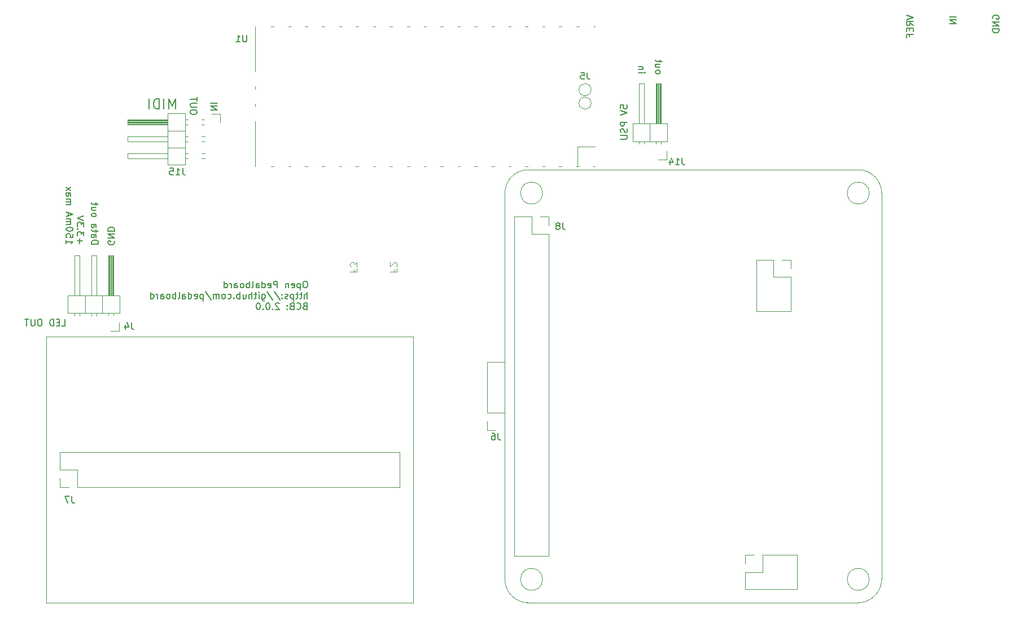
<source format=gbo>
G04 #@! TF.GenerationSoftware,KiCad,Pcbnew,7.0.1.1-36-gbcf78dbe24-dirty-deb11*
G04 #@! TF.CreationDate,2023-04-24T19:27:54+00:00*
G04 #@! TF.ProjectId,pedalboard-hw,70656461-6c62-46f6-9172-642d68772e6b,2.0.0*
G04 #@! TF.SameCoordinates,Original*
G04 #@! TF.FileFunction,Legend,Bot*
G04 #@! TF.FilePolarity,Positive*
%FSLAX46Y46*%
G04 Gerber Fmt 4.6, Leading zero omitted, Abs format (unit mm)*
G04 Created by KiCad (PCBNEW 7.0.1.1-36-gbcf78dbe24-dirty-deb11) date 2023-04-24 19:27:54*
%MOMM*%
%LPD*%
G01*
G04 APERTURE LIST*
%ADD10C,0.150000*%
%ADD11C,0.100000*%
%ADD12C,0.120000*%
G04 APERTURE END LIST*
D10*
X56395961Y-70713695D02*
X56443580Y-70808933D01*
X56443580Y-70808933D02*
X56443580Y-70951790D01*
X56443580Y-70951790D02*
X56395961Y-71094647D01*
X56395961Y-71094647D02*
X56300723Y-71189885D01*
X56300723Y-71189885D02*
X56205485Y-71237504D01*
X56205485Y-71237504D02*
X56015009Y-71285123D01*
X56015009Y-71285123D02*
X55872152Y-71285123D01*
X55872152Y-71285123D02*
X55681676Y-71237504D01*
X55681676Y-71237504D02*
X55586438Y-71189885D01*
X55586438Y-71189885D02*
X55491200Y-71094647D01*
X55491200Y-71094647D02*
X55443580Y-70951790D01*
X55443580Y-70951790D02*
X55443580Y-70856552D01*
X55443580Y-70856552D02*
X55491200Y-70713695D01*
X55491200Y-70713695D02*
X55538819Y-70666076D01*
X55538819Y-70666076D02*
X55872152Y-70666076D01*
X55872152Y-70666076D02*
X55872152Y-70856552D01*
X55443580Y-70237504D02*
X56443580Y-70237504D01*
X56443580Y-70237504D02*
X55443580Y-69666076D01*
X55443580Y-69666076D02*
X56443580Y-69666076D01*
X55443580Y-69189885D02*
X56443580Y-69189885D01*
X56443580Y-69189885D02*
X56443580Y-68951790D01*
X56443580Y-68951790D02*
X56395961Y-68808933D01*
X56395961Y-68808933D02*
X56300723Y-68713695D01*
X56300723Y-68713695D02*
X56205485Y-68666076D01*
X56205485Y-68666076D02*
X56015009Y-68618457D01*
X56015009Y-68618457D02*
X55872152Y-68618457D01*
X55872152Y-68618457D02*
X55681676Y-68666076D01*
X55681676Y-68666076D02*
X55586438Y-68713695D01*
X55586438Y-68713695D02*
X55491200Y-68808933D01*
X55491200Y-68808933D02*
X55443580Y-68951790D01*
X55443580Y-68951790D02*
X55443580Y-69189885D01*
X53005180Y-71135904D02*
X54005180Y-71135904D01*
X54005180Y-71135904D02*
X54005180Y-70897809D01*
X54005180Y-70897809D02*
X53957561Y-70754952D01*
X53957561Y-70754952D02*
X53862323Y-70659714D01*
X53862323Y-70659714D02*
X53767085Y-70612095D01*
X53767085Y-70612095D02*
X53576609Y-70564476D01*
X53576609Y-70564476D02*
X53433752Y-70564476D01*
X53433752Y-70564476D02*
X53243276Y-70612095D01*
X53243276Y-70612095D02*
X53148038Y-70659714D01*
X53148038Y-70659714D02*
X53052800Y-70754952D01*
X53052800Y-70754952D02*
X53005180Y-70897809D01*
X53005180Y-70897809D02*
X53005180Y-71135904D01*
X53005180Y-69707333D02*
X53528990Y-69707333D01*
X53528990Y-69707333D02*
X53624228Y-69754952D01*
X53624228Y-69754952D02*
X53671847Y-69850190D01*
X53671847Y-69850190D02*
X53671847Y-70040666D01*
X53671847Y-70040666D02*
X53624228Y-70135904D01*
X53052800Y-69707333D02*
X53005180Y-69802571D01*
X53005180Y-69802571D02*
X53005180Y-70040666D01*
X53005180Y-70040666D02*
X53052800Y-70135904D01*
X53052800Y-70135904D02*
X53148038Y-70183523D01*
X53148038Y-70183523D02*
X53243276Y-70183523D01*
X53243276Y-70183523D02*
X53338514Y-70135904D01*
X53338514Y-70135904D02*
X53386133Y-70040666D01*
X53386133Y-70040666D02*
X53386133Y-69802571D01*
X53386133Y-69802571D02*
X53433752Y-69707333D01*
X53671847Y-69373999D02*
X53671847Y-68993047D01*
X54005180Y-69231142D02*
X53148038Y-69231142D01*
X53148038Y-69231142D02*
X53052800Y-69183523D01*
X53052800Y-69183523D02*
X53005180Y-69088285D01*
X53005180Y-69088285D02*
X53005180Y-68993047D01*
X53005180Y-68231142D02*
X53528990Y-68231142D01*
X53528990Y-68231142D02*
X53624228Y-68278761D01*
X53624228Y-68278761D02*
X53671847Y-68373999D01*
X53671847Y-68373999D02*
X53671847Y-68564475D01*
X53671847Y-68564475D02*
X53624228Y-68659713D01*
X53052800Y-68231142D02*
X53005180Y-68326380D01*
X53005180Y-68326380D02*
X53005180Y-68564475D01*
X53005180Y-68564475D02*
X53052800Y-68659713D01*
X53052800Y-68659713D02*
X53148038Y-68707332D01*
X53148038Y-68707332D02*
X53243276Y-68707332D01*
X53243276Y-68707332D02*
X53338514Y-68659713D01*
X53338514Y-68659713D02*
X53386133Y-68564475D01*
X53386133Y-68564475D02*
X53386133Y-68326380D01*
X53386133Y-68326380D02*
X53433752Y-68231142D01*
X53005180Y-66850189D02*
X53052800Y-66945427D01*
X53052800Y-66945427D02*
X53100419Y-66993046D01*
X53100419Y-66993046D02*
X53195657Y-67040665D01*
X53195657Y-67040665D02*
X53481371Y-67040665D01*
X53481371Y-67040665D02*
X53576609Y-66993046D01*
X53576609Y-66993046D02*
X53624228Y-66945427D01*
X53624228Y-66945427D02*
X53671847Y-66850189D01*
X53671847Y-66850189D02*
X53671847Y-66707332D01*
X53671847Y-66707332D02*
X53624228Y-66612094D01*
X53624228Y-66612094D02*
X53576609Y-66564475D01*
X53576609Y-66564475D02*
X53481371Y-66516856D01*
X53481371Y-66516856D02*
X53195657Y-66516856D01*
X53195657Y-66516856D02*
X53100419Y-66564475D01*
X53100419Y-66564475D02*
X53052800Y-66612094D01*
X53052800Y-66612094D02*
X53005180Y-66707332D01*
X53005180Y-66707332D02*
X53005180Y-66850189D01*
X53671847Y-65659713D02*
X53005180Y-65659713D01*
X53671847Y-66088284D02*
X53148038Y-66088284D01*
X53148038Y-66088284D02*
X53052800Y-66040665D01*
X53052800Y-66040665D02*
X53005180Y-65945427D01*
X53005180Y-65945427D02*
X53005180Y-65802570D01*
X53005180Y-65802570D02*
X53052800Y-65707332D01*
X53052800Y-65707332D02*
X53100419Y-65659713D01*
X53671847Y-65326379D02*
X53671847Y-64945427D01*
X54005180Y-65183522D02*
X53148038Y-65183522D01*
X53148038Y-65183522D02*
X53052800Y-65135903D01*
X53052800Y-65135903D02*
X53005180Y-65040665D01*
X53005180Y-65040665D02*
X53005180Y-64945427D01*
X71810419Y-49971295D02*
X70810419Y-49971295D01*
X71810419Y-50447485D02*
X70810419Y-50447485D01*
X70810419Y-50447485D02*
X71810419Y-51018913D01*
X71810419Y-51018913D02*
X70810419Y-51018913D01*
X188155238Y-37337904D02*
X188107619Y-37242666D01*
X188107619Y-37242666D02*
X188107619Y-37099809D01*
X188107619Y-37099809D02*
X188155238Y-36956952D01*
X188155238Y-36956952D02*
X188250476Y-36861714D01*
X188250476Y-36861714D02*
X188345714Y-36814095D01*
X188345714Y-36814095D02*
X188536190Y-36766476D01*
X188536190Y-36766476D02*
X188679047Y-36766476D01*
X188679047Y-36766476D02*
X188869523Y-36814095D01*
X188869523Y-36814095D02*
X188964761Y-36861714D01*
X188964761Y-36861714D02*
X189060000Y-36956952D01*
X189060000Y-36956952D02*
X189107619Y-37099809D01*
X189107619Y-37099809D02*
X189107619Y-37195047D01*
X189107619Y-37195047D02*
X189060000Y-37337904D01*
X189060000Y-37337904D02*
X189012380Y-37385523D01*
X189012380Y-37385523D02*
X188679047Y-37385523D01*
X188679047Y-37385523D02*
X188679047Y-37195047D01*
X189107619Y-37814095D02*
X188107619Y-37814095D01*
X188107619Y-37814095D02*
X189107619Y-38385523D01*
X189107619Y-38385523D02*
X188107619Y-38385523D01*
X189107619Y-38861714D02*
X188107619Y-38861714D01*
X188107619Y-38861714D02*
X188107619Y-39099809D01*
X188107619Y-39099809D02*
X188155238Y-39242666D01*
X188155238Y-39242666D02*
X188250476Y-39337904D01*
X188250476Y-39337904D02*
X188345714Y-39385523D01*
X188345714Y-39385523D02*
X188536190Y-39433142D01*
X188536190Y-39433142D02*
X188679047Y-39433142D01*
X188679047Y-39433142D02*
X188869523Y-39385523D01*
X188869523Y-39385523D02*
X188964761Y-39337904D01*
X188964761Y-39337904D02*
X189060000Y-39242666D01*
X189060000Y-39242666D02*
X189107619Y-39099809D01*
X189107619Y-39099809D02*
X189107619Y-38861714D01*
X132337619Y-50774285D02*
X132337619Y-50298095D01*
X132337619Y-50298095D02*
X132813809Y-50250476D01*
X132813809Y-50250476D02*
X132766190Y-50298095D01*
X132766190Y-50298095D02*
X132718571Y-50393333D01*
X132718571Y-50393333D02*
X132718571Y-50631428D01*
X132718571Y-50631428D02*
X132766190Y-50726666D01*
X132766190Y-50726666D02*
X132813809Y-50774285D01*
X132813809Y-50774285D02*
X132909047Y-50821904D01*
X132909047Y-50821904D02*
X133147142Y-50821904D01*
X133147142Y-50821904D02*
X133242380Y-50774285D01*
X133242380Y-50774285D02*
X133290000Y-50726666D01*
X133290000Y-50726666D02*
X133337619Y-50631428D01*
X133337619Y-50631428D02*
X133337619Y-50393333D01*
X133337619Y-50393333D02*
X133290000Y-50298095D01*
X133290000Y-50298095D02*
X133242380Y-50250476D01*
X132337619Y-51107619D02*
X133337619Y-51440952D01*
X133337619Y-51440952D02*
X132337619Y-51774285D01*
X133337619Y-52869524D02*
X132337619Y-52869524D01*
X132337619Y-52869524D02*
X132337619Y-53250476D01*
X132337619Y-53250476D02*
X132385238Y-53345714D01*
X132385238Y-53345714D02*
X132432857Y-53393333D01*
X132432857Y-53393333D02*
X132528095Y-53440952D01*
X132528095Y-53440952D02*
X132670952Y-53440952D01*
X132670952Y-53440952D02*
X132766190Y-53393333D01*
X132766190Y-53393333D02*
X132813809Y-53345714D01*
X132813809Y-53345714D02*
X132861428Y-53250476D01*
X132861428Y-53250476D02*
X132861428Y-52869524D01*
X133290000Y-53821905D02*
X133337619Y-53964762D01*
X133337619Y-53964762D02*
X133337619Y-54202857D01*
X133337619Y-54202857D02*
X133290000Y-54298095D01*
X133290000Y-54298095D02*
X133242380Y-54345714D01*
X133242380Y-54345714D02*
X133147142Y-54393333D01*
X133147142Y-54393333D02*
X133051904Y-54393333D01*
X133051904Y-54393333D02*
X132956666Y-54345714D01*
X132956666Y-54345714D02*
X132909047Y-54298095D01*
X132909047Y-54298095D02*
X132861428Y-54202857D01*
X132861428Y-54202857D02*
X132813809Y-54012381D01*
X132813809Y-54012381D02*
X132766190Y-53917143D01*
X132766190Y-53917143D02*
X132718571Y-53869524D01*
X132718571Y-53869524D02*
X132623333Y-53821905D01*
X132623333Y-53821905D02*
X132528095Y-53821905D01*
X132528095Y-53821905D02*
X132432857Y-53869524D01*
X132432857Y-53869524D02*
X132385238Y-53917143D01*
X132385238Y-53917143D02*
X132337619Y-54012381D01*
X132337619Y-54012381D02*
X132337619Y-54250476D01*
X132337619Y-54250476D02*
X132385238Y-54393333D01*
X132337619Y-54821905D02*
X133147142Y-54821905D01*
X133147142Y-54821905D02*
X133242380Y-54869524D01*
X133242380Y-54869524D02*
X133290000Y-54917143D01*
X133290000Y-54917143D02*
X133337619Y-55012381D01*
X133337619Y-55012381D02*
X133337619Y-55202857D01*
X133337619Y-55202857D02*
X133290000Y-55298095D01*
X133290000Y-55298095D02*
X133242380Y-55345714D01*
X133242380Y-55345714D02*
X133147142Y-55393333D01*
X133147142Y-55393333D02*
X132337619Y-55393333D01*
X85141428Y-76737619D02*
X84950952Y-76737619D01*
X84950952Y-76737619D02*
X84855714Y-76785238D01*
X84855714Y-76785238D02*
X84760476Y-76880476D01*
X84760476Y-76880476D02*
X84712857Y-77070952D01*
X84712857Y-77070952D02*
X84712857Y-77404285D01*
X84712857Y-77404285D02*
X84760476Y-77594761D01*
X84760476Y-77594761D02*
X84855714Y-77690000D01*
X84855714Y-77690000D02*
X84950952Y-77737619D01*
X84950952Y-77737619D02*
X85141428Y-77737619D01*
X85141428Y-77737619D02*
X85236666Y-77690000D01*
X85236666Y-77690000D02*
X85331904Y-77594761D01*
X85331904Y-77594761D02*
X85379523Y-77404285D01*
X85379523Y-77404285D02*
X85379523Y-77070952D01*
X85379523Y-77070952D02*
X85331904Y-76880476D01*
X85331904Y-76880476D02*
X85236666Y-76785238D01*
X85236666Y-76785238D02*
X85141428Y-76737619D01*
X84284285Y-77070952D02*
X84284285Y-78070952D01*
X84284285Y-77118571D02*
X84189047Y-77070952D01*
X84189047Y-77070952D02*
X83998571Y-77070952D01*
X83998571Y-77070952D02*
X83903333Y-77118571D01*
X83903333Y-77118571D02*
X83855714Y-77166190D01*
X83855714Y-77166190D02*
X83808095Y-77261428D01*
X83808095Y-77261428D02*
X83808095Y-77547142D01*
X83808095Y-77547142D02*
X83855714Y-77642380D01*
X83855714Y-77642380D02*
X83903333Y-77690000D01*
X83903333Y-77690000D02*
X83998571Y-77737619D01*
X83998571Y-77737619D02*
X84189047Y-77737619D01*
X84189047Y-77737619D02*
X84284285Y-77690000D01*
X82998571Y-77690000D02*
X83093809Y-77737619D01*
X83093809Y-77737619D02*
X83284285Y-77737619D01*
X83284285Y-77737619D02*
X83379523Y-77690000D01*
X83379523Y-77690000D02*
X83427142Y-77594761D01*
X83427142Y-77594761D02*
X83427142Y-77213809D01*
X83427142Y-77213809D02*
X83379523Y-77118571D01*
X83379523Y-77118571D02*
X83284285Y-77070952D01*
X83284285Y-77070952D02*
X83093809Y-77070952D01*
X83093809Y-77070952D02*
X82998571Y-77118571D01*
X82998571Y-77118571D02*
X82950952Y-77213809D01*
X82950952Y-77213809D02*
X82950952Y-77309047D01*
X82950952Y-77309047D02*
X83427142Y-77404285D01*
X82522380Y-77070952D02*
X82522380Y-77737619D01*
X82522380Y-77166190D02*
X82474761Y-77118571D01*
X82474761Y-77118571D02*
X82379523Y-77070952D01*
X82379523Y-77070952D02*
X82236666Y-77070952D01*
X82236666Y-77070952D02*
X82141428Y-77118571D01*
X82141428Y-77118571D02*
X82093809Y-77213809D01*
X82093809Y-77213809D02*
X82093809Y-77737619D01*
X80855713Y-77737619D02*
X80855713Y-76737619D01*
X80855713Y-76737619D02*
X80474761Y-76737619D01*
X80474761Y-76737619D02*
X80379523Y-76785238D01*
X80379523Y-76785238D02*
X80331904Y-76832857D01*
X80331904Y-76832857D02*
X80284285Y-76928095D01*
X80284285Y-76928095D02*
X80284285Y-77070952D01*
X80284285Y-77070952D02*
X80331904Y-77166190D01*
X80331904Y-77166190D02*
X80379523Y-77213809D01*
X80379523Y-77213809D02*
X80474761Y-77261428D01*
X80474761Y-77261428D02*
X80855713Y-77261428D01*
X79474761Y-77690000D02*
X79569999Y-77737619D01*
X79569999Y-77737619D02*
X79760475Y-77737619D01*
X79760475Y-77737619D02*
X79855713Y-77690000D01*
X79855713Y-77690000D02*
X79903332Y-77594761D01*
X79903332Y-77594761D02*
X79903332Y-77213809D01*
X79903332Y-77213809D02*
X79855713Y-77118571D01*
X79855713Y-77118571D02*
X79760475Y-77070952D01*
X79760475Y-77070952D02*
X79569999Y-77070952D01*
X79569999Y-77070952D02*
X79474761Y-77118571D01*
X79474761Y-77118571D02*
X79427142Y-77213809D01*
X79427142Y-77213809D02*
X79427142Y-77309047D01*
X79427142Y-77309047D02*
X79903332Y-77404285D01*
X78569999Y-77737619D02*
X78569999Y-76737619D01*
X78569999Y-77690000D02*
X78665237Y-77737619D01*
X78665237Y-77737619D02*
X78855713Y-77737619D01*
X78855713Y-77737619D02*
X78950951Y-77690000D01*
X78950951Y-77690000D02*
X78998570Y-77642380D01*
X78998570Y-77642380D02*
X79046189Y-77547142D01*
X79046189Y-77547142D02*
X79046189Y-77261428D01*
X79046189Y-77261428D02*
X78998570Y-77166190D01*
X78998570Y-77166190D02*
X78950951Y-77118571D01*
X78950951Y-77118571D02*
X78855713Y-77070952D01*
X78855713Y-77070952D02*
X78665237Y-77070952D01*
X78665237Y-77070952D02*
X78569999Y-77118571D01*
X77665237Y-77737619D02*
X77665237Y-77213809D01*
X77665237Y-77213809D02*
X77712856Y-77118571D01*
X77712856Y-77118571D02*
X77808094Y-77070952D01*
X77808094Y-77070952D02*
X77998570Y-77070952D01*
X77998570Y-77070952D02*
X78093808Y-77118571D01*
X77665237Y-77690000D02*
X77760475Y-77737619D01*
X77760475Y-77737619D02*
X77998570Y-77737619D01*
X77998570Y-77737619D02*
X78093808Y-77690000D01*
X78093808Y-77690000D02*
X78141427Y-77594761D01*
X78141427Y-77594761D02*
X78141427Y-77499523D01*
X78141427Y-77499523D02*
X78093808Y-77404285D01*
X78093808Y-77404285D02*
X77998570Y-77356666D01*
X77998570Y-77356666D02*
X77760475Y-77356666D01*
X77760475Y-77356666D02*
X77665237Y-77309047D01*
X77046189Y-77737619D02*
X77141427Y-77690000D01*
X77141427Y-77690000D02*
X77189046Y-77594761D01*
X77189046Y-77594761D02*
X77189046Y-76737619D01*
X76665236Y-77737619D02*
X76665236Y-76737619D01*
X76665236Y-77118571D02*
X76569998Y-77070952D01*
X76569998Y-77070952D02*
X76379522Y-77070952D01*
X76379522Y-77070952D02*
X76284284Y-77118571D01*
X76284284Y-77118571D02*
X76236665Y-77166190D01*
X76236665Y-77166190D02*
X76189046Y-77261428D01*
X76189046Y-77261428D02*
X76189046Y-77547142D01*
X76189046Y-77547142D02*
X76236665Y-77642380D01*
X76236665Y-77642380D02*
X76284284Y-77690000D01*
X76284284Y-77690000D02*
X76379522Y-77737619D01*
X76379522Y-77737619D02*
X76569998Y-77737619D01*
X76569998Y-77737619D02*
X76665236Y-77690000D01*
X75617617Y-77737619D02*
X75712855Y-77690000D01*
X75712855Y-77690000D02*
X75760474Y-77642380D01*
X75760474Y-77642380D02*
X75808093Y-77547142D01*
X75808093Y-77547142D02*
X75808093Y-77261428D01*
X75808093Y-77261428D02*
X75760474Y-77166190D01*
X75760474Y-77166190D02*
X75712855Y-77118571D01*
X75712855Y-77118571D02*
X75617617Y-77070952D01*
X75617617Y-77070952D02*
X75474760Y-77070952D01*
X75474760Y-77070952D02*
X75379522Y-77118571D01*
X75379522Y-77118571D02*
X75331903Y-77166190D01*
X75331903Y-77166190D02*
X75284284Y-77261428D01*
X75284284Y-77261428D02*
X75284284Y-77547142D01*
X75284284Y-77547142D02*
X75331903Y-77642380D01*
X75331903Y-77642380D02*
X75379522Y-77690000D01*
X75379522Y-77690000D02*
X75474760Y-77737619D01*
X75474760Y-77737619D02*
X75617617Y-77737619D01*
X74427141Y-77737619D02*
X74427141Y-77213809D01*
X74427141Y-77213809D02*
X74474760Y-77118571D01*
X74474760Y-77118571D02*
X74569998Y-77070952D01*
X74569998Y-77070952D02*
X74760474Y-77070952D01*
X74760474Y-77070952D02*
X74855712Y-77118571D01*
X74427141Y-77690000D02*
X74522379Y-77737619D01*
X74522379Y-77737619D02*
X74760474Y-77737619D01*
X74760474Y-77737619D02*
X74855712Y-77690000D01*
X74855712Y-77690000D02*
X74903331Y-77594761D01*
X74903331Y-77594761D02*
X74903331Y-77499523D01*
X74903331Y-77499523D02*
X74855712Y-77404285D01*
X74855712Y-77404285D02*
X74760474Y-77356666D01*
X74760474Y-77356666D02*
X74522379Y-77356666D01*
X74522379Y-77356666D02*
X74427141Y-77309047D01*
X73950950Y-77737619D02*
X73950950Y-77070952D01*
X73950950Y-77261428D02*
X73903331Y-77166190D01*
X73903331Y-77166190D02*
X73855712Y-77118571D01*
X73855712Y-77118571D02*
X73760474Y-77070952D01*
X73760474Y-77070952D02*
X73665236Y-77070952D01*
X72903331Y-77737619D02*
X72903331Y-76737619D01*
X72903331Y-77690000D02*
X72998569Y-77737619D01*
X72998569Y-77737619D02*
X73189045Y-77737619D01*
X73189045Y-77737619D02*
X73284283Y-77690000D01*
X73284283Y-77690000D02*
X73331902Y-77642380D01*
X73331902Y-77642380D02*
X73379521Y-77547142D01*
X73379521Y-77547142D02*
X73379521Y-77261428D01*
X73379521Y-77261428D02*
X73331902Y-77166190D01*
X73331902Y-77166190D02*
X73284283Y-77118571D01*
X73284283Y-77118571D02*
X73189045Y-77070952D01*
X73189045Y-77070952D02*
X72998569Y-77070952D01*
X72998569Y-77070952D02*
X72903331Y-77118571D01*
X85331904Y-79357619D02*
X85331904Y-78357619D01*
X84903333Y-79357619D02*
X84903333Y-78833809D01*
X84903333Y-78833809D02*
X84950952Y-78738571D01*
X84950952Y-78738571D02*
X85046190Y-78690952D01*
X85046190Y-78690952D02*
X85189047Y-78690952D01*
X85189047Y-78690952D02*
X85284285Y-78738571D01*
X85284285Y-78738571D02*
X85331904Y-78786190D01*
X84569999Y-78690952D02*
X84189047Y-78690952D01*
X84427142Y-78357619D02*
X84427142Y-79214761D01*
X84427142Y-79214761D02*
X84379523Y-79310000D01*
X84379523Y-79310000D02*
X84284285Y-79357619D01*
X84284285Y-79357619D02*
X84189047Y-79357619D01*
X83998570Y-78690952D02*
X83617618Y-78690952D01*
X83855713Y-78357619D02*
X83855713Y-79214761D01*
X83855713Y-79214761D02*
X83808094Y-79310000D01*
X83808094Y-79310000D02*
X83712856Y-79357619D01*
X83712856Y-79357619D02*
X83617618Y-79357619D01*
X83284284Y-78690952D02*
X83284284Y-79690952D01*
X83284284Y-78738571D02*
X83189046Y-78690952D01*
X83189046Y-78690952D02*
X82998570Y-78690952D01*
X82998570Y-78690952D02*
X82903332Y-78738571D01*
X82903332Y-78738571D02*
X82855713Y-78786190D01*
X82855713Y-78786190D02*
X82808094Y-78881428D01*
X82808094Y-78881428D02*
X82808094Y-79167142D01*
X82808094Y-79167142D02*
X82855713Y-79262380D01*
X82855713Y-79262380D02*
X82903332Y-79310000D01*
X82903332Y-79310000D02*
X82998570Y-79357619D01*
X82998570Y-79357619D02*
X83189046Y-79357619D01*
X83189046Y-79357619D02*
X83284284Y-79310000D01*
X82427141Y-79310000D02*
X82331903Y-79357619D01*
X82331903Y-79357619D02*
X82141427Y-79357619D01*
X82141427Y-79357619D02*
X82046189Y-79310000D01*
X82046189Y-79310000D02*
X81998570Y-79214761D01*
X81998570Y-79214761D02*
X81998570Y-79167142D01*
X81998570Y-79167142D02*
X82046189Y-79071904D01*
X82046189Y-79071904D02*
X82141427Y-79024285D01*
X82141427Y-79024285D02*
X82284284Y-79024285D01*
X82284284Y-79024285D02*
X82379522Y-78976666D01*
X82379522Y-78976666D02*
X82427141Y-78881428D01*
X82427141Y-78881428D02*
X82427141Y-78833809D01*
X82427141Y-78833809D02*
X82379522Y-78738571D01*
X82379522Y-78738571D02*
X82284284Y-78690952D01*
X82284284Y-78690952D02*
X82141427Y-78690952D01*
X82141427Y-78690952D02*
X82046189Y-78738571D01*
X81569998Y-79262380D02*
X81522379Y-79310000D01*
X81522379Y-79310000D02*
X81569998Y-79357619D01*
X81569998Y-79357619D02*
X81617617Y-79310000D01*
X81617617Y-79310000D02*
X81569998Y-79262380D01*
X81569998Y-79262380D02*
X81569998Y-79357619D01*
X81569998Y-78738571D02*
X81522379Y-78786190D01*
X81522379Y-78786190D02*
X81569998Y-78833809D01*
X81569998Y-78833809D02*
X81617617Y-78786190D01*
X81617617Y-78786190D02*
X81569998Y-78738571D01*
X81569998Y-78738571D02*
X81569998Y-78833809D01*
X80379523Y-78310000D02*
X81236665Y-79595714D01*
X79331904Y-78310000D02*
X80189046Y-79595714D01*
X78569999Y-78690952D02*
X78569999Y-79500476D01*
X78569999Y-79500476D02*
X78617618Y-79595714D01*
X78617618Y-79595714D02*
X78665237Y-79643333D01*
X78665237Y-79643333D02*
X78760475Y-79690952D01*
X78760475Y-79690952D02*
X78903332Y-79690952D01*
X78903332Y-79690952D02*
X78998570Y-79643333D01*
X78569999Y-79310000D02*
X78665237Y-79357619D01*
X78665237Y-79357619D02*
X78855713Y-79357619D01*
X78855713Y-79357619D02*
X78950951Y-79310000D01*
X78950951Y-79310000D02*
X78998570Y-79262380D01*
X78998570Y-79262380D02*
X79046189Y-79167142D01*
X79046189Y-79167142D02*
X79046189Y-78881428D01*
X79046189Y-78881428D02*
X78998570Y-78786190D01*
X78998570Y-78786190D02*
X78950951Y-78738571D01*
X78950951Y-78738571D02*
X78855713Y-78690952D01*
X78855713Y-78690952D02*
X78665237Y-78690952D01*
X78665237Y-78690952D02*
X78569999Y-78738571D01*
X78093808Y-79357619D02*
X78093808Y-78690952D01*
X78093808Y-78357619D02*
X78141427Y-78405238D01*
X78141427Y-78405238D02*
X78093808Y-78452857D01*
X78093808Y-78452857D02*
X78046189Y-78405238D01*
X78046189Y-78405238D02*
X78093808Y-78357619D01*
X78093808Y-78357619D02*
X78093808Y-78452857D01*
X77760475Y-78690952D02*
X77379523Y-78690952D01*
X77617618Y-78357619D02*
X77617618Y-79214761D01*
X77617618Y-79214761D02*
X77569999Y-79310000D01*
X77569999Y-79310000D02*
X77474761Y-79357619D01*
X77474761Y-79357619D02*
X77379523Y-79357619D01*
X77046189Y-79357619D02*
X77046189Y-78357619D01*
X76617618Y-79357619D02*
X76617618Y-78833809D01*
X76617618Y-78833809D02*
X76665237Y-78738571D01*
X76665237Y-78738571D02*
X76760475Y-78690952D01*
X76760475Y-78690952D02*
X76903332Y-78690952D01*
X76903332Y-78690952D02*
X76998570Y-78738571D01*
X76998570Y-78738571D02*
X77046189Y-78786190D01*
X75712856Y-78690952D02*
X75712856Y-79357619D01*
X76141427Y-78690952D02*
X76141427Y-79214761D01*
X76141427Y-79214761D02*
X76093808Y-79310000D01*
X76093808Y-79310000D02*
X75998570Y-79357619D01*
X75998570Y-79357619D02*
X75855713Y-79357619D01*
X75855713Y-79357619D02*
X75760475Y-79310000D01*
X75760475Y-79310000D02*
X75712856Y-79262380D01*
X75236665Y-79357619D02*
X75236665Y-78357619D01*
X75236665Y-78738571D02*
X75141427Y-78690952D01*
X75141427Y-78690952D02*
X74950951Y-78690952D01*
X74950951Y-78690952D02*
X74855713Y-78738571D01*
X74855713Y-78738571D02*
X74808094Y-78786190D01*
X74808094Y-78786190D02*
X74760475Y-78881428D01*
X74760475Y-78881428D02*
X74760475Y-79167142D01*
X74760475Y-79167142D02*
X74808094Y-79262380D01*
X74808094Y-79262380D02*
X74855713Y-79310000D01*
X74855713Y-79310000D02*
X74950951Y-79357619D01*
X74950951Y-79357619D02*
X75141427Y-79357619D01*
X75141427Y-79357619D02*
X75236665Y-79310000D01*
X74331903Y-79262380D02*
X74284284Y-79310000D01*
X74284284Y-79310000D02*
X74331903Y-79357619D01*
X74331903Y-79357619D02*
X74379522Y-79310000D01*
X74379522Y-79310000D02*
X74331903Y-79262380D01*
X74331903Y-79262380D02*
X74331903Y-79357619D01*
X73427142Y-79310000D02*
X73522380Y-79357619D01*
X73522380Y-79357619D02*
X73712856Y-79357619D01*
X73712856Y-79357619D02*
X73808094Y-79310000D01*
X73808094Y-79310000D02*
X73855713Y-79262380D01*
X73855713Y-79262380D02*
X73903332Y-79167142D01*
X73903332Y-79167142D02*
X73903332Y-78881428D01*
X73903332Y-78881428D02*
X73855713Y-78786190D01*
X73855713Y-78786190D02*
X73808094Y-78738571D01*
X73808094Y-78738571D02*
X73712856Y-78690952D01*
X73712856Y-78690952D02*
X73522380Y-78690952D01*
X73522380Y-78690952D02*
X73427142Y-78738571D01*
X72855713Y-79357619D02*
X72950951Y-79310000D01*
X72950951Y-79310000D02*
X72998570Y-79262380D01*
X72998570Y-79262380D02*
X73046189Y-79167142D01*
X73046189Y-79167142D02*
X73046189Y-78881428D01*
X73046189Y-78881428D02*
X72998570Y-78786190D01*
X72998570Y-78786190D02*
X72950951Y-78738571D01*
X72950951Y-78738571D02*
X72855713Y-78690952D01*
X72855713Y-78690952D02*
X72712856Y-78690952D01*
X72712856Y-78690952D02*
X72617618Y-78738571D01*
X72617618Y-78738571D02*
X72569999Y-78786190D01*
X72569999Y-78786190D02*
X72522380Y-78881428D01*
X72522380Y-78881428D02*
X72522380Y-79167142D01*
X72522380Y-79167142D02*
X72569999Y-79262380D01*
X72569999Y-79262380D02*
X72617618Y-79310000D01*
X72617618Y-79310000D02*
X72712856Y-79357619D01*
X72712856Y-79357619D02*
X72855713Y-79357619D01*
X72093808Y-79357619D02*
X72093808Y-78690952D01*
X72093808Y-78786190D02*
X72046189Y-78738571D01*
X72046189Y-78738571D02*
X71950951Y-78690952D01*
X71950951Y-78690952D02*
X71808094Y-78690952D01*
X71808094Y-78690952D02*
X71712856Y-78738571D01*
X71712856Y-78738571D02*
X71665237Y-78833809D01*
X71665237Y-78833809D02*
X71665237Y-79357619D01*
X71665237Y-78833809D02*
X71617618Y-78738571D01*
X71617618Y-78738571D02*
X71522380Y-78690952D01*
X71522380Y-78690952D02*
X71379523Y-78690952D01*
X71379523Y-78690952D02*
X71284284Y-78738571D01*
X71284284Y-78738571D02*
X71236665Y-78833809D01*
X71236665Y-78833809D02*
X71236665Y-79357619D01*
X70046190Y-78310000D02*
X70903332Y-79595714D01*
X69712856Y-78690952D02*
X69712856Y-79690952D01*
X69712856Y-78738571D02*
X69617618Y-78690952D01*
X69617618Y-78690952D02*
X69427142Y-78690952D01*
X69427142Y-78690952D02*
X69331904Y-78738571D01*
X69331904Y-78738571D02*
X69284285Y-78786190D01*
X69284285Y-78786190D02*
X69236666Y-78881428D01*
X69236666Y-78881428D02*
X69236666Y-79167142D01*
X69236666Y-79167142D02*
X69284285Y-79262380D01*
X69284285Y-79262380D02*
X69331904Y-79310000D01*
X69331904Y-79310000D02*
X69427142Y-79357619D01*
X69427142Y-79357619D02*
X69617618Y-79357619D01*
X69617618Y-79357619D02*
X69712856Y-79310000D01*
X68427142Y-79310000D02*
X68522380Y-79357619D01*
X68522380Y-79357619D02*
X68712856Y-79357619D01*
X68712856Y-79357619D02*
X68808094Y-79310000D01*
X68808094Y-79310000D02*
X68855713Y-79214761D01*
X68855713Y-79214761D02*
X68855713Y-78833809D01*
X68855713Y-78833809D02*
X68808094Y-78738571D01*
X68808094Y-78738571D02*
X68712856Y-78690952D01*
X68712856Y-78690952D02*
X68522380Y-78690952D01*
X68522380Y-78690952D02*
X68427142Y-78738571D01*
X68427142Y-78738571D02*
X68379523Y-78833809D01*
X68379523Y-78833809D02*
X68379523Y-78929047D01*
X68379523Y-78929047D02*
X68855713Y-79024285D01*
X67522380Y-79357619D02*
X67522380Y-78357619D01*
X67522380Y-79310000D02*
X67617618Y-79357619D01*
X67617618Y-79357619D02*
X67808094Y-79357619D01*
X67808094Y-79357619D02*
X67903332Y-79310000D01*
X67903332Y-79310000D02*
X67950951Y-79262380D01*
X67950951Y-79262380D02*
X67998570Y-79167142D01*
X67998570Y-79167142D02*
X67998570Y-78881428D01*
X67998570Y-78881428D02*
X67950951Y-78786190D01*
X67950951Y-78786190D02*
X67903332Y-78738571D01*
X67903332Y-78738571D02*
X67808094Y-78690952D01*
X67808094Y-78690952D02*
X67617618Y-78690952D01*
X67617618Y-78690952D02*
X67522380Y-78738571D01*
X66617618Y-79357619D02*
X66617618Y-78833809D01*
X66617618Y-78833809D02*
X66665237Y-78738571D01*
X66665237Y-78738571D02*
X66760475Y-78690952D01*
X66760475Y-78690952D02*
X66950951Y-78690952D01*
X66950951Y-78690952D02*
X67046189Y-78738571D01*
X66617618Y-79310000D02*
X66712856Y-79357619D01*
X66712856Y-79357619D02*
X66950951Y-79357619D01*
X66950951Y-79357619D02*
X67046189Y-79310000D01*
X67046189Y-79310000D02*
X67093808Y-79214761D01*
X67093808Y-79214761D02*
X67093808Y-79119523D01*
X67093808Y-79119523D02*
X67046189Y-79024285D01*
X67046189Y-79024285D02*
X66950951Y-78976666D01*
X66950951Y-78976666D02*
X66712856Y-78976666D01*
X66712856Y-78976666D02*
X66617618Y-78929047D01*
X65998570Y-79357619D02*
X66093808Y-79310000D01*
X66093808Y-79310000D02*
X66141427Y-79214761D01*
X66141427Y-79214761D02*
X66141427Y-78357619D01*
X65617617Y-79357619D02*
X65617617Y-78357619D01*
X65617617Y-78738571D02*
X65522379Y-78690952D01*
X65522379Y-78690952D02*
X65331903Y-78690952D01*
X65331903Y-78690952D02*
X65236665Y-78738571D01*
X65236665Y-78738571D02*
X65189046Y-78786190D01*
X65189046Y-78786190D02*
X65141427Y-78881428D01*
X65141427Y-78881428D02*
X65141427Y-79167142D01*
X65141427Y-79167142D02*
X65189046Y-79262380D01*
X65189046Y-79262380D02*
X65236665Y-79310000D01*
X65236665Y-79310000D02*
X65331903Y-79357619D01*
X65331903Y-79357619D02*
X65522379Y-79357619D01*
X65522379Y-79357619D02*
X65617617Y-79310000D01*
X64569998Y-79357619D02*
X64665236Y-79310000D01*
X64665236Y-79310000D02*
X64712855Y-79262380D01*
X64712855Y-79262380D02*
X64760474Y-79167142D01*
X64760474Y-79167142D02*
X64760474Y-78881428D01*
X64760474Y-78881428D02*
X64712855Y-78786190D01*
X64712855Y-78786190D02*
X64665236Y-78738571D01*
X64665236Y-78738571D02*
X64569998Y-78690952D01*
X64569998Y-78690952D02*
X64427141Y-78690952D01*
X64427141Y-78690952D02*
X64331903Y-78738571D01*
X64331903Y-78738571D02*
X64284284Y-78786190D01*
X64284284Y-78786190D02*
X64236665Y-78881428D01*
X64236665Y-78881428D02*
X64236665Y-79167142D01*
X64236665Y-79167142D02*
X64284284Y-79262380D01*
X64284284Y-79262380D02*
X64331903Y-79310000D01*
X64331903Y-79310000D02*
X64427141Y-79357619D01*
X64427141Y-79357619D02*
X64569998Y-79357619D01*
X63379522Y-79357619D02*
X63379522Y-78833809D01*
X63379522Y-78833809D02*
X63427141Y-78738571D01*
X63427141Y-78738571D02*
X63522379Y-78690952D01*
X63522379Y-78690952D02*
X63712855Y-78690952D01*
X63712855Y-78690952D02*
X63808093Y-78738571D01*
X63379522Y-79310000D02*
X63474760Y-79357619D01*
X63474760Y-79357619D02*
X63712855Y-79357619D01*
X63712855Y-79357619D02*
X63808093Y-79310000D01*
X63808093Y-79310000D02*
X63855712Y-79214761D01*
X63855712Y-79214761D02*
X63855712Y-79119523D01*
X63855712Y-79119523D02*
X63808093Y-79024285D01*
X63808093Y-79024285D02*
X63712855Y-78976666D01*
X63712855Y-78976666D02*
X63474760Y-78976666D01*
X63474760Y-78976666D02*
X63379522Y-78929047D01*
X62903331Y-79357619D02*
X62903331Y-78690952D01*
X62903331Y-78881428D02*
X62855712Y-78786190D01*
X62855712Y-78786190D02*
X62808093Y-78738571D01*
X62808093Y-78738571D02*
X62712855Y-78690952D01*
X62712855Y-78690952D02*
X62617617Y-78690952D01*
X61855712Y-79357619D02*
X61855712Y-78357619D01*
X61855712Y-79310000D02*
X61950950Y-79357619D01*
X61950950Y-79357619D02*
X62141426Y-79357619D01*
X62141426Y-79357619D02*
X62236664Y-79310000D01*
X62236664Y-79310000D02*
X62284283Y-79262380D01*
X62284283Y-79262380D02*
X62331902Y-79167142D01*
X62331902Y-79167142D02*
X62331902Y-78881428D01*
X62331902Y-78881428D02*
X62284283Y-78786190D01*
X62284283Y-78786190D02*
X62236664Y-78738571D01*
X62236664Y-78738571D02*
X62141426Y-78690952D01*
X62141426Y-78690952D02*
X61950950Y-78690952D01*
X61950950Y-78690952D02*
X61855712Y-78738571D01*
X84998571Y-80453809D02*
X84855714Y-80501428D01*
X84855714Y-80501428D02*
X84808095Y-80549047D01*
X84808095Y-80549047D02*
X84760476Y-80644285D01*
X84760476Y-80644285D02*
X84760476Y-80787142D01*
X84760476Y-80787142D02*
X84808095Y-80882380D01*
X84808095Y-80882380D02*
X84855714Y-80930000D01*
X84855714Y-80930000D02*
X84950952Y-80977619D01*
X84950952Y-80977619D02*
X85331904Y-80977619D01*
X85331904Y-80977619D02*
X85331904Y-79977619D01*
X85331904Y-79977619D02*
X84998571Y-79977619D01*
X84998571Y-79977619D02*
X84903333Y-80025238D01*
X84903333Y-80025238D02*
X84855714Y-80072857D01*
X84855714Y-80072857D02*
X84808095Y-80168095D01*
X84808095Y-80168095D02*
X84808095Y-80263333D01*
X84808095Y-80263333D02*
X84855714Y-80358571D01*
X84855714Y-80358571D02*
X84903333Y-80406190D01*
X84903333Y-80406190D02*
X84998571Y-80453809D01*
X84998571Y-80453809D02*
X85331904Y-80453809D01*
X83760476Y-80882380D02*
X83808095Y-80930000D01*
X83808095Y-80930000D02*
X83950952Y-80977619D01*
X83950952Y-80977619D02*
X84046190Y-80977619D01*
X84046190Y-80977619D02*
X84189047Y-80930000D01*
X84189047Y-80930000D02*
X84284285Y-80834761D01*
X84284285Y-80834761D02*
X84331904Y-80739523D01*
X84331904Y-80739523D02*
X84379523Y-80549047D01*
X84379523Y-80549047D02*
X84379523Y-80406190D01*
X84379523Y-80406190D02*
X84331904Y-80215714D01*
X84331904Y-80215714D02*
X84284285Y-80120476D01*
X84284285Y-80120476D02*
X84189047Y-80025238D01*
X84189047Y-80025238D02*
X84046190Y-79977619D01*
X84046190Y-79977619D02*
X83950952Y-79977619D01*
X83950952Y-79977619D02*
X83808095Y-80025238D01*
X83808095Y-80025238D02*
X83760476Y-80072857D01*
X82998571Y-80453809D02*
X82855714Y-80501428D01*
X82855714Y-80501428D02*
X82808095Y-80549047D01*
X82808095Y-80549047D02*
X82760476Y-80644285D01*
X82760476Y-80644285D02*
X82760476Y-80787142D01*
X82760476Y-80787142D02*
X82808095Y-80882380D01*
X82808095Y-80882380D02*
X82855714Y-80930000D01*
X82855714Y-80930000D02*
X82950952Y-80977619D01*
X82950952Y-80977619D02*
X83331904Y-80977619D01*
X83331904Y-80977619D02*
X83331904Y-79977619D01*
X83331904Y-79977619D02*
X82998571Y-79977619D01*
X82998571Y-79977619D02*
X82903333Y-80025238D01*
X82903333Y-80025238D02*
X82855714Y-80072857D01*
X82855714Y-80072857D02*
X82808095Y-80168095D01*
X82808095Y-80168095D02*
X82808095Y-80263333D01*
X82808095Y-80263333D02*
X82855714Y-80358571D01*
X82855714Y-80358571D02*
X82903333Y-80406190D01*
X82903333Y-80406190D02*
X82998571Y-80453809D01*
X82998571Y-80453809D02*
X83331904Y-80453809D01*
X82331904Y-80882380D02*
X82284285Y-80930000D01*
X82284285Y-80930000D02*
X82331904Y-80977619D01*
X82331904Y-80977619D02*
X82379523Y-80930000D01*
X82379523Y-80930000D02*
X82331904Y-80882380D01*
X82331904Y-80882380D02*
X82331904Y-80977619D01*
X82331904Y-80358571D02*
X82284285Y-80406190D01*
X82284285Y-80406190D02*
X82331904Y-80453809D01*
X82331904Y-80453809D02*
X82379523Y-80406190D01*
X82379523Y-80406190D02*
X82331904Y-80358571D01*
X82331904Y-80358571D02*
X82331904Y-80453809D01*
X81141428Y-80072857D02*
X81093809Y-80025238D01*
X81093809Y-80025238D02*
X80998571Y-79977619D01*
X80998571Y-79977619D02*
X80760476Y-79977619D01*
X80760476Y-79977619D02*
X80665238Y-80025238D01*
X80665238Y-80025238D02*
X80617619Y-80072857D01*
X80617619Y-80072857D02*
X80570000Y-80168095D01*
X80570000Y-80168095D02*
X80570000Y-80263333D01*
X80570000Y-80263333D02*
X80617619Y-80406190D01*
X80617619Y-80406190D02*
X81189047Y-80977619D01*
X81189047Y-80977619D02*
X80570000Y-80977619D01*
X80141428Y-80882380D02*
X80093809Y-80930000D01*
X80093809Y-80930000D02*
X80141428Y-80977619D01*
X80141428Y-80977619D02*
X80189047Y-80930000D01*
X80189047Y-80930000D02*
X80141428Y-80882380D01*
X80141428Y-80882380D02*
X80141428Y-80977619D01*
X79474762Y-79977619D02*
X79379524Y-79977619D01*
X79379524Y-79977619D02*
X79284286Y-80025238D01*
X79284286Y-80025238D02*
X79236667Y-80072857D01*
X79236667Y-80072857D02*
X79189048Y-80168095D01*
X79189048Y-80168095D02*
X79141429Y-80358571D01*
X79141429Y-80358571D02*
X79141429Y-80596666D01*
X79141429Y-80596666D02*
X79189048Y-80787142D01*
X79189048Y-80787142D02*
X79236667Y-80882380D01*
X79236667Y-80882380D02*
X79284286Y-80930000D01*
X79284286Y-80930000D02*
X79379524Y-80977619D01*
X79379524Y-80977619D02*
X79474762Y-80977619D01*
X79474762Y-80977619D02*
X79570000Y-80930000D01*
X79570000Y-80930000D02*
X79617619Y-80882380D01*
X79617619Y-80882380D02*
X79665238Y-80787142D01*
X79665238Y-80787142D02*
X79712857Y-80596666D01*
X79712857Y-80596666D02*
X79712857Y-80358571D01*
X79712857Y-80358571D02*
X79665238Y-80168095D01*
X79665238Y-80168095D02*
X79617619Y-80072857D01*
X79617619Y-80072857D02*
X79570000Y-80025238D01*
X79570000Y-80025238D02*
X79474762Y-79977619D01*
X78712857Y-80882380D02*
X78665238Y-80930000D01*
X78665238Y-80930000D02*
X78712857Y-80977619D01*
X78712857Y-80977619D02*
X78760476Y-80930000D01*
X78760476Y-80930000D02*
X78712857Y-80882380D01*
X78712857Y-80882380D02*
X78712857Y-80977619D01*
X78046191Y-79977619D02*
X77950953Y-79977619D01*
X77950953Y-79977619D02*
X77855715Y-80025238D01*
X77855715Y-80025238D02*
X77808096Y-80072857D01*
X77808096Y-80072857D02*
X77760477Y-80168095D01*
X77760477Y-80168095D02*
X77712858Y-80358571D01*
X77712858Y-80358571D02*
X77712858Y-80596666D01*
X77712858Y-80596666D02*
X77760477Y-80787142D01*
X77760477Y-80787142D02*
X77808096Y-80882380D01*
X77808096Y-80882380D02*
X77855715Y-80930000D01*
X77855715Y-80930000D02*
X77950953Y-80977619D01*
X77950953Y-80977619D02*
X78046191Y-80977619D01*
X78046191Y-80977619D02*
X78141429Y-80930000D01*
X78141429Y-80930000D02*
X78189048Y-80882380D01*
X78189048Y-80882380D02*
X78236667Y-80787142D01*
X78236667Y-80787142D02*
X78284286Y-80596666D01*
X78284286Y-80596666D02*
X78284286Y-80358571D01*
X78284286Y-80358571D02*
X78236667Y-80168095D01*
X78236667Y-80168095D02*
X78189048Y-80072857D01*
X78189048Y-80072857D02*
X78141429Y-80025238D01*
X78141429Y-80025238D02*
X78046191Y-79977619D01*
X51196133Y-71085104D02*
X51196133Y-70323200D01*
X50815180Y-70704152D02*
X51577085Y-70704152D01*
X51815180Y-69942247D02*
X51815180Y-69323200D01*
X51815180Y-69323200D02*
X51434228Y-69656533D01*
X51434228Y-69656533D02*
X51434228Y-69513676D01*
X51434228Y-69513676D02*
X51386609Y-69418438D01*
X51386609Y-69418438D02*
X51338990Y-69370819D01*
X51338990Y-69370819D02*
X51243752Y-69323200D01*
X51243752Y-69323200D02*
X51005657Y-69323200D01*
X51005657Y-69323200D02*
X50910419Y-69370819D01*
X50910419Y-69370819D02*
X50862800Y-69418438D01*
X50862800Y-69418438D02*
X50815180Y-69513676D01*
X50815180Y-69513676D02*
X50815180Y-69799390D01*
X50815180Y-69799390D02*
X50862800Y-69894628D01*
X50862800Y-69894628D02*
X50910419Y-69942247D01*
X50910419Y-68894628D02*
X50862800Y-68847009D01*
X50862800Y-68847009D02*
X50815180Y-68894628D01*
X50815180Y-68894628D02*
X50862800Y-68942247D01*
X50862800Y-68942247D02*
X50910419Y-68894628D01*
X50910419Y-68894628D02*
X50815180Y-68894628D01*
X51815180Y-68513676D02*
X51815180Y-67894629D01*
X51815180Y-67894629D02*
X51434228Y-68227962D01*
X51434228Y-68227962D02*
X51434228Y-68085105D01*
X51434228Y-68085105D02*
X51386609Y-67989867D01*
X51386609Y-67989867D02*
X51338990Y-67942248D01*
X51338990Y-67942248D02*
X51243752Y-67894629D01*
X51243752Y-67894629D02*
X51005657Y-67894629D01*
X51005657Y-67894629D02*
X50910419Y-67942248D01*
X50910419Y-67942248D02*
X50862800Y-67989867D01*
X50862800Y-67989867D02*
X50815180Y-68085105D01*
X50815180Y-68085105D02*
X50815180Y-68370819D01*
X50815180Y-68370819D02*
X50862800Y-68466057D01*
X50862800Y-68466057D02*
X50910419Y-68513676D01*
X51815180Y-67608914D02*
X50815180Y-67275581D01*
X50815180Y-67275581D02*
X51815180Y-66942248D01*
X49195180Y-70561295D02*
X49195180Y-71132723D01*
X49195180Y-70847009D02*
X50195180Y-70847009D01*
X50195180Y-70847009D02*
X50052323Y-70942247D01*
X50052323Y-70942247D02*
X49957085Y-71037485D01*
X49957085Y-71037485D02*
X49909466Y-71132723D01*
X50195180Y-69656533D02*
X50195180Y-70132723D01*
X50195180Y-70132723D02*
X49718990Y-70180342D01*
X49718990Y-70180342D02*
X49766609Y-70132723D01*
X49766609Y-70132723D02*
X49814228Y-70037485D01*
X49814228Y-70037485D02*
X49814228Y-69799390D01*
X49814228Y-69799390D02*
X49766609Y-69704152D01*
X49766609Y-69704152D02*
X49718990Y-69656533D01*
X49718990Y-69656533D02*
X49623752Y-69608914D01*
X49623752Y-69608914D02*
X49385657Y-69608914D01*
X49385657Y-69608914D02*
X49290419Y-69656533D01*
X49290419Y-69656533D02*
X49242800Y-69704152D01*
X49242800Y-69704152D02*
X49195180Y-69799390D01*
X49195180Y-69799390D02*
X49195180Y-70037485D01*
X49195180Y-70037485D02*
X49242800Y-70132723D01*
X49242800Y-70132723D02*
X49290419Y-70180342D01*
X50195180Y-68989866D02*
X50195180Y-68894628D01*
X50195180Y-68894628D02*
X50147561Y-68799390D01*
X50147561Y-68799390D02*
X50099942Y-68751771D01*
X50099942Y-68751771D02*
X50004704Y-68704152D01*
X50004704Y-68704152D02*
X49814228Y-68656533D01*
X49814228Y-68656533D02*
X49576133Y-68656533D01*
X49576133Y-68656533D02*
X49385657Y-68704152D01*
X49385657Y-68704152D02*
X49290419Y-68751771D01*
X49290419Y-68751771D02*
X49242800Y-68799390D01*
X49242800Y-68799390D02*
X49195180Y-68894628D01*
X49195180Y-68894628D02*
X49195180Y-68989866D01*
X49195180Y-68989866D02*
X49242800Y-69085104D01*
X49242800Y-69085104D02*
X49290419Y-69132723D01*
X49290419Y-69132723D02*
X49385657Y-69180342D01*
X49385657Y-69180342D02*
X49576133Y-69227961D01*
X49576133Y-69227961D02*
X49814228Y-69227961D01*
X49814228Y-69227961D02*
X50004704Y-69180342D01*
X50004704Y-69180342D02*
X50099942Y-69132723D01*
X50099942Y-69132723D02*
X50147561Y-69085104D01*
X50147561Y-69085104D02*
X50195180Y-68989866D01*
X49195180Y-68227961D02*
X49861847Y-68227961D01*
X49766609Y-68227961D02*
X49814228Y-68180342D01*
X49814228Y-68180342D02*
X49861847Y-68085104D01*
X49861847Y-68085104D02*
X49861847Y-67942247D01*
X49861847Y-67942247D02*
X49814228Y-67847009D01*
X49814228Y-67847009D02*
X49718990Y-67799390D01*
X49718990Y-67799390D02*
X49195180Y-67799390D01*
X49718990Y-67799390D02*
X49814228Y-67751771D01*
X49814228Y-67751771D02*
X49861847Y-67656533D01*
X49861847Y-67656533D02*
X49861847Y-67513676D01*
X49861847Y-67513676D02*
X49814228Y-67418437D01*
X49814228Y-67418437D02*
X49718990Y-67370818D01*
X49718990Y-67370818D02*
X49195180Y-67370818D01*
X49480895Y-66942247D02*
X49480895Y-66466057D01*
X49195180Y-67037485D02*
X50195180Y-66704152D01*
X50195180Y-66704152D02*
X49195180Y-66370819D01*
X49195180Y-65275580D02*
X49861847Y-65275580D01*
X49766609Y-65275580D02*
X49814228Y-65227961D01*
X49814228Y-65227961D02*
X49861847Y-65132723D01*
X49861847Y-65132723D02*
X49861847Y-64989866D01*
X49861847Y-64989866D02*
X49814228Y-64894628D01*
X49814228Y-64894628D02*
X49718990Y-64847009D01*
X49718990Y-64847009D02*
X49195180Y-64847009D01*
X49718990Y-64847009D02*
X49814228Y-64799390D01*
X49814228Y-64799390D02*
X49861847Y-64704152D01*
X49861847Y-64704152D02*
X49861847Y-64561295D01*
X49861847Y-64561295D02*
X49814228Y-64466056D01*
X49814228Y-64466056D02*
X49718990Y-64418437D01*
X49718990Y-64418437D02*
X49195180Y-64418437D01*
X49195180Y-63513676D02*
X49718990Y-63513676D01*
X49718990Y-63513676D02*
X49814228Y-63561295D01*
X49814228Y-63561295D02*
X49861847Y-63656533D01*
X49861847Y-63656533D02*
X49861847Y-63847009D01*
X49861847Y-63847009D02*
X49814228Y-63942247D01*
X49242800Y-63513676D02*
X49195180Y-63608914D01*
X49195180Y-63608914D02*
X49195180Y-63847009D01*
X49195180Y-63847009D02*
X49242800Y-63942247D01*
X49242800Y-63942247D02*
X49338038Y-63989866D01*
X49338038Y-63989866D02*
X49433276Y-63989866D01*
X49433276Y-63989866D02*
X49528514Y-63942247D01*
X49528514Y-63942247D02*
X49576133Y-63847009D01*
X49576133Y-63847009D02*
X49576133Y-63608914D01*
X49576133Y-63608914D02*
X49623752Y-63513676D01*
X49195180Y-63132723D02*
X49861847Y-62608914D01*
X49861847Y-63132723D02*
X49195180Y-62608914D01*
X65552857Y-50866428D02*
X65552857Y-49366428D01*
X65552857Y-49366428D02*
X65052857Y-50437857D01*
X65052857Y-50437857D02*
X64552857Y-49366428D01*
X64552857Y-49366428D02*
X64552857Y-50866428D01*
X63838571Y-50866428D02*
X63838571Y-49366428D01*
X63124285Y-50866428D02*
X63124285Y-49366428D01*
X63124285Y-49366428D02*
X62767142Y-49366428D01*
X62767142Y-49366428D02*
X62552856Y-49437857D01*
X62552856Y-49437857D02*
X62409999Y-49580714D01*
X62409999Y-49580714D02*
X62338570Y-49723571D01*
X62338570Y-49723571D02*
X62267142Y-50009285D01*
X62267142Y-50009285D02*
X62267142Y-50223571D01*
X62267142Y-50223571D02*
X62338570Y-50509285D01*
X62338570Y-50509285D02*
X62409999Y-50652142D01*
X62409999Y-50652142D02*
X62552856Y-50795000D01*
X62552856Y-50795000D02*
X62767142Y-50866428D01*
X62767142Y-50866428D02*
X63124285Y-50866428D01*
X61624285Y-50866428D02*
X61624285Y-49366428D01*
X134996380Y-45431104D02*
X135663047Y-45431104D01*
X135996380Y-45431104D02*
X135948761Y-45478723D01*
X135948761Y-45478723D02*
X135901142Y-45431104D01*
X135901142Y-45431104D02*
X135948761Y-45383485D01*
X135948761Y-45383485D02*
X135996380Y-45431104D01*
X135996380Y-45431104D02*
X135901142Y-45431104D01*
X135663047Y-44954914D02*
X134996380Y-44954914D01*
X135567809Y-44954914D02*
X135615428Y-44907295D01*
X135615428Y-44907295D02*
X135663047Y-44812057D01*
X135663047Y-44812057D02*
X135663047Y-44669200D01*
X135663047Y-44669200D02*
X135615428Y-44573962D01*
X135615428Y-44573962D02*
X135520190Y-44526343D01*
X135520190Y-44526343D02*
X134996380Y-44526343D01*
X48510914Y-83443619D02*
X48987104Y-83443619D01*
X48987104Y-83443619D02*
X48987104Y-82443619D01*
X48177580Y-82919809D02*
X47844247Y-82919809D01*
X47701390Y-83443619D02*
X48177580Y-83443619D01*
X48177580Y-83443619D02*
X48177580Y-82443619D01*
X48177580Y-82443619D02*
X47701390Y-82443619D01*
X47272818Y-83443619D02*
X47272818Y-82443619D01*
X47272818Y-82443619D02*
X47034723Y-82443619D01*
X47034723Y-82443619D02*
X46891866Y-82491238D01*
X46891866Y-82491238D02*
X46796628Y-82586476D01*
X46796628Y-82586476D02*
X46749009Y-82681714D01*
X46749009Y-82681714D02*
X46701390Y-82872190D01*
X46701390Y-82872190D02*
X46701390Y-83015047D01*
X46701390Y-83015047D02*
X46749009Y-83205523D01*
X46749009Y-83205523D02*
X46796628Y-83300761D01*
X46796628Y-83300761D02*
X46891866Y-83396000D01*
X46891866Y-83396000D02*
X47034723Y-83443619D01*
X47034723Y-83443619D02*
X47272818Y-83443619D01*
X45320437Y-82443619D02*
X45129961Y-82443619D01*
X45129961Y-82443619D02*
X45034723Y-82491238D01*
X45034723Y-82491238D02*
X44939485Y-82586476D01*
X44939485Y-82586476D02*
X44891866Y-82776952D01*
X44891866Y-82776952D02*
X44891866Y-83110285D01*
X44891866Y-83110285D02*
X44939485Y-83300761D01*
X44939485Y-83300761D02*
X45034723Y-83396000D01*
X45034723Y-83396000D02*
X45129961Y-83443619D01*
X45129961Y-83443619D02*
X45320437Y-83443619D01*
X45320437Y-83443619D02*
X45415675Y-83396000D01*
X45415675Y-83396000D02*
X45510913Y-83300761D01*
X45510913Y-83300761D02*
X45558532Y-83110285D01*
X45558532Y-83110285D02*
X45558532Y-82776952D01*
X45558532Y-82776952D02*
X45510913Y-82586476D01*
X45510913Y-82586476D02*
X45415675Y-82491238D01*
X45415675Y-82491238D02*
X45320437Y-82443619D01*
X44463294Y-82443619D02*
X44463294Y-83253142D01*
X44463294Y-83253142D02*
X44415675Y-83348380D01*
X44415675Y-83348380D02*
X44368056Y-83396000D01*
X44368056Y-83396000D02*
X44272818Y-83443619D01*
X44272818Y-83443619D02*
X44082342Y-83443619D01*
X44082342Y-83443619D02*
X43987104Y-83396000D01*
X43987104Y-83396000D02*
X43939485Y-83348380D01*
X43939485Y-83348380D02*
X43891866Y-83253142D01*
X43891866Y-83253142D02*
X43891866Y-82443619D01*
X43558532Y-82443619D02*
X42987104Y-82443619D01*
X43272818Y-83443619D02*
X43272818Y-82443619D01*
X182656019Y-37017295D02*
X181656019Y-37017295D01*
X182656019Y-37493485D02*
X181656019Y-37493485D01*
X181656019Y-37493485D02*
X182656019Y-38064913D01*
X182656019Y-38064913D02*
X181656019Y-38064913D01*
X68787980Y-51438228D02*
X68787980Y-51247752D01*
X68787980Y-51247752D02*
X68740361Y-51152514D01*
X68740361Y-51152514D02*
X68645123Y-51057276D01*
X68645123Y-51057276D02*
X68454647Y-51009657D01*
X68454647Y-51009657D02*
X68121314Y-51009657D01*
X68121314Y-51009657D02*
X67930838Y-51057276D01*
X67930838Y-51057276D02*
X67835600Y-51152514D01*
X67835600Y-51152514D02*
X67787980Y-51247752D01*
X67787980Y-51247752D02*
X67787980Y-51438228D01*
X67787980Y-51438228D02*
X67835600Y-51533466D01*
X67835600Y-51533466D02*
X67930838Y-51628704D01*
X67930838Y-51628704D02*
X68121314Y-51676323D01*
X68121314Y-51676323D02*
X68454647Y-51676323D01*
X68454647Y-51676323D02*
X68645123Y-51628704D01*
X68645123Y-51628704D02*
X68740361Y-51533466D01*
X68740361Y-51533466D02*
X68787980Y-51438228D01*
X68787980Y-50581085D02*
X67978457Y-50581085D01*
X67978457Y-50581085D02*
X67883219Y-50533466D01*
X67883219Y-50533466D02*
X67835600Y-50485847D01*
X67835600Y-50485847D02*
X67787980Y-50390609D01*
X67787980Y-50390609D02*
X67787980Y-50200133D01*
X67787980Y-50200133D02*
X67835600Y-50104895D01*
X67835600Y-50104895D02*
X67883219Y-50057276D01*
X67883219Y-50057276D02*
X67978457Y-50009657D01*
X67978457Y-50009657D02*
X68787980Y-50009657D01*
X68787980Y-49676323D02*
X68787980Y-49104895D01*
X67787980Y-49390609D02*
X68787980Y-49390609D01*
X175204419Y-36772838D02*
X176204419Y-37106171D01*
X176204419Y-37106171D02*
X175204419Y-37439504D01*
X176204419Y-38344266D02*
X175728228Y-38010933D01*
X176204419Y-37772838D02*
X175204419Y-37772838D01*
X175204419Y-37772838D02*
X175204419Y-38153790D01*
X175204419Y-38153790D02*
X175252038Y-38249028D01*
X175252038Y-38249028D02*
X175299657Y-38296647D01*
X175299657Y-38296647D02*
X175394895Y-38344266D01*
X175394895Y-38344266D02*
X175537752Y-38344266D01*
X175537752Y-38344266D02*
X175632990Y-38296647D01*
X175632990Y-38296647D02*
X175680609Y-38249028D01*
X175680609Y-38249028D02*
X175728228Y-38153790D01*
X175728228Y-38153790D02*
X175728228Y-37772838D01*
X175680609Y-38772838D02*
X175680609Y-39106171D01*
X176204419Y-39249028D02*
X176204419Y-38772838D01*
X176204419Y-38772838D02*
X175204419Y-38772838D01*
X175204419Y-38772838D02*
X175204419Y-39249028D01*
X175680609Y-40010933D02*
X175680609Y-39677600D01*
X176204419Y-39677600D02*
X175204419Y-39677600D01*
X175204419Y-39677600D02*
X175204419Y-40153790D01*
X137587180Y-45389847D02*
X137634800Y-45485085D01*
X137634800Y-45485085D02*
X137682419Y-45532704D01*
X137682419Y-45532704D02*
X137777657Y-45580323D01*
X137777657Y-45580323D02*
X138063371Y-45580323D01*
X138063371Y-45580323D02*
X138158609Y-45532704D01*
X138158609Y-45532704D02*
X138206228Y-45485085D01*
X138206228Y-45485085D02*
X138253847Y-45389847D01*
X138253847Y-45389847D02*
X138253847Y-45246990D01*
X138253847Y-45246990D02*
X138206228Y-45151752D01*
X138206228Y-45151752D02*
X138158609Y-45104133D01*
X138158609Y-45104133D02*
X138063371Y-45056514D01*
X138063371Y-45056514D02*
X137777657Y-45056514D01*
X137777657Y-45056514D02*
X137682419Y-45104133D01*
X137682419Y-45104133D02*
X137634800Y-45151752D01*
X137634800Y-45151752D02*
X137587180Y-45246990D01*
X137587180Y-45246990D02*
X137587180Y-45389847D01*
X138253847Y-44199371D02*
X137587180Y-44199371D01*
X138253847Y-44627942D02*
X137730038Y-44627942D01*
X137730038Y-44627942D02*
X137634800Y-44580323D01*
X137634800Y-44580323D02*
X137587180Y-44485085D01*
X137587180Y-44485085D02*
X137587180Y-44342228D01*
X137587180Y-44342228D02*
X137634800Y-44246990D01*
X137634800Y-44246990D02*
X137682419Y-44199371D01*
X138253847Y-43866037D02*
X138253847Y-43485085D01*
X138587180Y-43723180D02*
X137730038Y-43723180D01*
X137730038Y-43723180D02*
X137634800Y-43675561D01*
X137634800Y-43675561D02*
X137587180Y-43580323D01*
X137587180Y-43580323D02*
X137587180Y-43485085D01*
X50033333Y-109062619D02*
X50033333Y-109776904D01*
X50033333Y-109776904D02*
X50080952Y-109919761D01*
X50080952Y-109919761D02*
X50176190Y-110015000D01*
X50176190Y-110015000D02*
X50319047Y-110062619D01*
X50319047Y-110062619D02*
X50414285Y-110062619D01*
X49652380Y-109062619D02*
X48985714Y-109062619D01*
X48985714Y-109062619D02*
X49414285Y-110062619D01*
X113958333Y-99572619D02*
X113958333Y-100286904D01*
X113958333Y-100286904D02*
X114005952Y-100429761D01*
X114005952Y-100429761D02*
X114101190Y-100525000D01*
X114101190Y-100525000D02*
X114244047Y-100572619D01*
X114244047Y-100572619D02*
X114339285Y-100572619D01*
X113053571Y-99572619D02*
X113244047Y-99572619D01*
X113244047Y-99572619D02*
X113339285Y-99620238D01*
X113339285Y-99620238D02*
X113386904Y-99667857D01*
X113386904Y-99667857D02*
X113482142Y-99810714D01*
X113482142Y-99810714D02*
X113529761Y-100001190D01*
X113529761Y-100001190D02*
X113529761Y-100382142D01*
X113529761Y-100382142D02*
X113482142Y-100477380D01*
X113482142Y-100477380D02*
X113434523Y-100525000D01*
X113434523Y-100525000D02*
X113339285Y-100572619D01*
X113339285Y-100572619D02*
X113148809Y-100572619D01*
X113148809Y-100572619D02*
X113053571Y-100525000D01*
X113053571Y-100525000D02*
X113005952Y-100477380D01*
X113005952Y-100477380D02*
X112958333Y-100382142D01*
X112958333Y-100382142D02*
X112958333Y-100144047D01*
X112958333Y-100144047D02*
X113005952Y-100048809D01*
X113005952Y-100048809D02*
X113053571Y-100001190D01*
X113053571Y-100001190D02*
X113148809Y-99953571D01*
X113148809Y-99953571D02*
X113339285Y-99953571D01*
X113339285Y-99953571D02*
X113434523Y-100001190D01*
X113434523Y-100001190D02*
X113482142Y-100048809D01*
X113482142Y-100048809D02*
X113529761Y-100144047D01*
D11*
X92311190Y-74973333D02*
X92311190Y-75306666D01*
X91787380Y-75306666D02*
X92787380Y-75306666D01*
X92787380Y-75306666D02*
X92787380Y-74830476D01*
X92787380Y-74544761D02*
X92787380Y-73925714D01*
X92787380Y-73925714D02*
X92406428Y-74259047D01*
X92406428Y-74259047D02*
X92406428Y-74116190D01*
X92406428Y-74116190D02*
X92358809Y-74020952D01*
X92358809Y-74020952D02*
X92311190Y-73973333D01*
X92311190Y-73973333D02*
X92215952Y-73925714D01*
X92215952Y-73925714D02*
X91977857Y-73925714D01*
X91977857Y-73925714D02*
X91882619Y-73973333D01*
X91882619Y-73973333D02*
X91835000Y-74020952D01*
X91835000Y-74020952D02*
X91787380Y-74116190D01*
X91787380Y-74116190D02*
X91787380Y-74401904D01*
X91787380Y-74401904D02*
X91835000Y-74497142D01*
X91835000Y-74497142D02*
X91882619Y-74544761D01*
D10*
X141569523Y-58252619D02*
X141569523Y-58966904D01*
X141569523Y-58966904D02*
X141617142Y-59109761D01*
X141617142Y-59109761D02*
X141712380Y-59205000D01*
X141712380Y-59205000D02*
X141855237Y-59252619D01*
X141855237Y-59252619D02*
X141950475Y-59252619D01*
X140569523Y-59252619D02*
X141140951Y-59252619D01*
X140855237Y-59252619D02*
X140855237Y-58252619D01*
X140855237Y-58252619D02*
X140950475Y-58395476D01*
X140950475Y-58395476D02*
X141045713Y-58490714D01*
X141045713Y-58490714D02*
X141140951Y-58538333D01*
X139712380Y-58585952D02*
X139712380Y-59252619D01*
X139950475Y-58205000D02*
X140188570Y-58919285D01*
X140188570Y-58919285D02*
X139569523Y-58919285D01*
X127333333Y-45402619D02*
X127333333Y-46116904D01*
X127333333Y-46116904D02*
X127380952Y-46259761D01*
X127380952Y-46259761D02*
X127476190Y-46355000D01*
X127476190Y-46355000D02*
X127619047Y-46402619D01*
X127619047Y-46402619D02*
X127714285Y-46402619D01*
X126380952Y-45402619D02*
X126857142Y-45402619D01*
X126857142Y-45402619D02*
X126904761Y-45878809D01*
X126904761Y-45878809D02*
X126857142Y-45831190D01*
X126857142Y-45831190D02*
X126761904Y-45783571D01*
X126761904Y-45783571D02*
X126523809Y-45783571D01*
X126523809Y-45783571D02*
X126428571Y-45831190D01*
X126428571Y-45831190D02*
X126380952Y-45878809D01*
X126380952Y-45878809D02*
X126333333Y-45974047D01*
X126333333Y-45974047D02*
X126333333Y-46212142D01*
X126333333Y-46212142D02*
X126380952Y-46307380D01*
X126380952Y-46307380D02*
X126428571Y-46355000D01*
X126428571Y-46355000D02*
X126523809Y-46402619D01*
X126523809Y-46402619D02*
X126761904Y-46402619D01*
X126761904Y-46402619D02*
X126857142Y-46355000D01*
X126857142Y-46355000D02*
X126904761Y-46307380D01*
X76250704Y-39797819D02*
X76250704Y-40607342D01*
X76250704Y-40607342D02*
X76203085Y-40702580D01*
X76203085Y-40702580D02*
X76155466Y-40750200D01*
X76155466Y-40750200D02*
X76060228Y-40797819D01*
X76060228Y-40797819D02*
X75869752Y-40797819D01*
X75869752Y-40797819D02*
X75774514Y-40750200D01*
X75774514Y-40750200D02*
X75726895Y-40702580D01*
X75726895Y-40702580D02*
X75679276Y-40607342D01*
X75679276Y-40607342D02*
X75679276Y-39797819D01*
X74679276Y-40797819D02*
X75250704Y-40797819D01*
X74964990Y-40797819D02*
X74964990Y-39797819D01*
X74964990Y-39797819D02*
X75060228Y-39940676D01*
X75060228Y-39940676D02*
X75155466Y-40035914D01*
X75155466Y-40035914D02*
X75250704Y-40083533D01*
X58956533Y-82927019D02*
X58956533Y-83641304D01*
X58956533Y-83641304D02*
X59004152Y-83784161D01*
X59004152Y-83784161D02*
X59099390Y-83879400D01*
X59099390Y-83879400D02*
X59242247Y-83927019D01*
X59242247Y-83927019D02*
X59337485Y-83927019D01*
X58051771Y-83260352D02*
X58051771Y-83927019D01*
X58289866Y-82879400D02*
X58527961Y-83593685D01*
X58527961Y-83593685D02*
X57908914Y-83593685D01*
X123633333Y-67962619D02*
X123633333Y-68676904D01*
X123633333Y-68676904D02*
X123680952Y-68819761D01*
X123680952Y-68819761D02*
X123776190Y-68915000D01*
X123776190Y-68915000D02*
X123919047Y-68962619D01*
X123919047Y-68962619D02*
X124014285Y-68962619D01*
X123014285Y-68391190D02*
X123109523Y-68343571D01*
X123109523Y-68343571D02*
X123157142Y-68295952D01*
X123157142Y-68295952D02*
X123204761Y-68200714D01*
X123204761Y-68200714D02*
X123204761Y-68153095D01*
X123204761Y-68153095D02*
X123157142Y-68057857D01*
X123157142Y-68057857D02*
X123109523Y-68010238D01*
X123109523Y-68010238D02*
X123014285Y-67962619D01*
X123014285Y-67962619D02*
X122823809Y-67962619D01*
X122823809Y-67962619D02*
X122728571Y-68010238D01*
X122728571Y-68010238D02*
X122680952Y-68057857D01*
X122680952Y-68057857D02*
X122633333Y-68153095D01*
X122633333Y-68153095D02*
X122633333Y-68200714D01*
X122633333Y-68200714D02*
X122680952Y-68295952D01*
X122680952Y-68295952D02*
X122728571Y-68343571D01*
X122728571Y-68343571D02*
X122823809Y-68391190D01*
X122823809Y-68391190D02*
X123014285Y-68391190D01*
X123014285Y-68391190D02*
X123109523Y-68438809D01*
X123109523Y-68438809D02*
X123157142Y-68486428D01*
X123157142Y-68486428D02*
X123204761Y-68581666D01*
X123204761Y-68581666D02*
X123204761Y-68772142D01*
X123204761Y-68772142D02*
X123157142Y-68867380D01*
X123157142Y-68867380D02*
X123109523Y-68915000D01*
X123109523Y-68915000D02*
X123014285Y-68962619D01*
X123014285Y-68962619D02*
X122823809Y-68962619D01*
X122823809Y-68962619D02*
X122728571Y-68915000D01*
X122728571Y-68915000D02*
X122680952Y-68867380D01*
X122680952Y-68867380D02*
X122633333Y-68772142D01*
X122633333Y-68772142D02*
X122633333Y-68581666D01*
X122633333Y-68581666D02*
X122680952Y-68486428D01*
X122680952Y-68486428D02*
X122728571Y-68438809D01*
X122728571Y-68438809D02*
X122823809Y-68391190D01*
D11*
X98321190Y-74973333D02*
X98321190Y-75306666D01*
X97797380Y-75306666D02*
X98797380Y-75306666D01*
X98797380Y-75306666D02*
X98797380Y-74830476D01*
X98702142Y-74497142D02*
X98749761Y-74449523D01*
X98749761Y-74449523D02*
X98797380Y-74354285D01*
X98797380Y-74354285D02*
X98797380Y-74116190D01*
X98797380Y-74116190D02*
X98749761Y-74020952D01*
X98749761Y-74020952D02*
X98702142Y-73973333D01*
X98702142Y-73973333D02*
X98606904Y-73925714D01*
X98606904Y-73925714D02*
X98511666Y-73925714D01*
X98511666Y-73925714D02*
X98368809Y-73973333D01*
X98368809Y-73973333D02*
X97797380Y-74544761D01*
X97797380Y-74544761D02*
X97797380Y-73925714D01*
D10*
X66646323Y-59762219D02*
X66646323Y-60476504D01*
X66646323Y-60476504D02*
X66693942Y-60619361D01*
X66693942Y-60619361D02*
X66789180Y-60714600D01*
X66789180Y-60714600D02*
X66932037Y-60762219D01*
X66932037Y-60762219D02*
X67027275Y-60762219D01*
X65646323Y-60762219D02*
X66217751Y-60762219D01*
X65932037Y-60762219D02*
X65932037Y-59762219D01*
X65932037Y-59762219D02*
X66027275Y-59905076D01*
X66027275Y-59905076D02*
X66122513Y-60000314D01*
X66122513Y-60000314D02*
X66217751Y-60047933D01*
X64741561Y-59762219D02*
X65217751Y-59762219D01*
X65217751Y-59762219D02*
X65265370Y-60238409D01*
X65265370Y-60238409D02*
X65217751Y-60190790D01*
X65217751Y-60190790D02*
X65122513Y-60143171D01*
X65122513Y-60143171D02*
X64884418Y-60143171D01*
X64884418Y-60143171D02*
X64789180Y-60190790D01*
X64789180Y-60190790D02*
X64741561Y-60238409D01*
X64741561Y-60238409D02*
X64693942Y-60333647D01*
X64693942Y-60333647D02*
X64693942Y-60571742D01*
X64693942Y-60571742D02*
X64741561Y-60666980D01*
X64741561Y-60666980D02*
X64789180Y-60714600D01*
X64789180Y-60714600D02*
X64884418Y-60762219D01*
X64884418Y-60762219D02*
X65122513Y-60762219D01*
X65122513Y-60762219D02*
X65217751Y-60714600D01*
X65217751Y-60714600D02*
X65265370Y-60666980D01*
D12*
X48260000Y-107650000D02*
X48260000Y-106320000D01*
X49590000Y-107650000D02*
X48260000Y-107650000D01*
X50860000Y-107650000D02*
X99180000Y-107650000D01*
X50860000Y-107650000D02*
X50860000Y-105050000D01*
X99180000Y-107650000D02*
X99180000Y-102450000D01*
X48260000Y-105050000D02*
X48260000Y-102450000D01*
X50860000Y-105050000D02*
X48260000Y-105050000D01*
X48260000Y-102450000D02*
X99180000Y-102450000D01*
D11*
X46220000Y-125050000D02*
X101220000Y-125050000D01*
X101220000Y-125050000D02*
X101220000Y-85050000D01*
X101220000Y-85050000D02*
X46220000Y-85050000D01*
X46220000Y-85050000D02*
X46220000Y-125050000D01*
D12*
X112295000Y-88830000D02*
X114955000Y-88830000D01*
X112295000Y-96510000D02*
X112295000Y-88830000D01*
X112295000Y-96510000D02*
X114955000Y-96510000D01*
X112295000Y-97780000D02*
X112295000Y-99110000D01*
X112295000Y-99110000D02*
X113625000Y-99110000D01*
X114955000Y-96510000D02*
X114955000Y-88830000D01*
X138000000Y-58445000D02*
X139270000Y-58445000D01*
X139270000Y-58445000D02*
X139270000Y-57175000D01*
X135080000Y-56132071D02*
X135080000Y-55735000D01*
X135840000Y-56132071D02*
X135840000Y-55735000D01*
X137620000Y-56065000D02*
X137620000Y-55735000D01*
X138380000Y-56065000D02*
X138380000Y-55735000D01*
X134130000Y-55735000D02*
X134130000Y-53075000D01*
X136730000Y-55735000D02*
X136730000Y-53075000D01*
X139330000Y-55735000D02*
X134130000Y-55735000D01*
X134130000Y-53075000D02*
X139330000Y-53075000D01*
X135840000Y-53075000D02*
X135840000Y-47075000D01*
X137720000Y-53075000D02*
X137720000Y-47075000D01*
X137840000Y-53075000D02*
X137840000Y-47075000D01*
X137960000Y-53075000D02*
X137960000Y-47075000D01*
X138080000Y-53075000D02*
X138080000Y-47075000D01*
X138200000Y-53075000D02*
X138200000Y-47075000D01*
X138320000Y-53075000D02*
X138320000Y-47075000D01*
X138380000Y-53075000D02*
X138380000Y-47075000D01*
X139330000Y-53075000D02*
X139330000Y-55735000D01*
X135080000Y-47075000D02*
X135080000Y-53075000D01*
X135840000Y-47075000D02*
X135080000Y-47075000D01*
X137620000Y-47075000D02*
X137620000Y-53075000D01*
X138380000Y-47075000D02*
X137620000Y-47075000D01*
D11*
X127914753Y-50006248D02*
G75*
G03*
X127914753Y-50006248I-914753J0D01*
G01*
X127914400Y-48000000D02*
G75*
G03*
X127914400Y-48000000I-914400J0D01*
G01*
D12*
X80300000Y-59500000D02*
X79900000Y-59500000D01*
X82900000Y-59500000D02*
X82500000Y-59500000D01*
X85400000Y-59500000D02*
X85000000Y-59500000D01*
X87900000Y-59500000D02*
X87500000Y-59500000D01*
X90500000Y-59500000D02*
X90100000Y-59500000D01*
X93000000Y-59500000D02*
X92600000Y-59500000D01*
X95600000Y-59500000D02*
X95200000Y-59500000D01*
X98100000Y-59500000D02*
X97700000Y-59500000D01*
X100700000Y-59500000D02*
X100300000Y-59500000D01*
X103200000Y-59500000D02*
X102800000Y-59500000D01*
X105700000Y-59500000D02*
X105300000Y-59500000D01*
X108300000Y-59500000D02*
X107900000Y-59500000D01*
X110800000Y-59500000D02*
X110400000Y-59500000D01*
X113400000Y-59500000D02*
X113000000Y-59500000D01*
X115900000Y-59500000D02*
X115500000Y-59500000D01*
X118400000Y-59500000D02*
X118000000Y-59500000D01*
X121000000Y-59500000D02*
X120600000Y-59500000D01*
X123500000Y-59500000D02*
X123100000Y-59500000D01*
X125833000Y-59500000D02*
X125833000Y-56493000D01*
X126100000Y-59500000D02*
X125700000Y-59500000D01*
X128500000Y-59500000D02*
X128200000Y-59500000D01*
X125833000Y-56493000D02*
X128500000Y-56493000D01*
X77500000Y-52700000D02*
X77500000Y-59500000D01*
X77500000Y-50500000D02*
X77500000Y-50100000D01*
X77500000Y-47900000D02*
X77500000Y-47500000D01*
X77500000Y-38500000D02*
X77500000Y-45300000D01*
X80300000Y-38500000D02*
X79900000Y-38500000D01*
X82900000Y-38500000D02*
X82500000Y-38500000D01*
X85400000Y-38500000D02*
X85000000Y-38500000D01*
X87900000Y-38500000D02*
X87500000Y-38500000D01*
X90500000Y-38500000D02*
X90100000Y-38500000D01*
X93000000Y-38500000D02*
X92600000Y-38500000D01*
X95600000Y-38500000D02*
X95200000Y-38500000D01*
X98100000Y-38500000D02*
X97700000Y-38500000D01*
X100700000Y-38500000D02*
X100300000Y-38500000D01*
X103200000Y-38500000D02*
X102800000Y-38500000D01*
X105700000Y-38500000D02*
X105300000Y-38500000D01*
X108300000Y-38500000D02*
X107900000Y-38500000D01*
X110800000Y-38500000D02*
X110400000Y-38500000D01*
X113400000Y-38500000D02*
X113000000Y-38500000D01*
X115900000Y-38500000D02*
X115500000Y-38500000D01*
X118400000Y-38500000D02*
X118000000Y-38500000D01*
X121000000Y-38500000D02*
X120600000Y-38500000D01*
X123500000Y-38500000D02*
X123100000Y-38500000D01*
X126100000Y-38500000D02*
X125700000Y-38500000D01*
X128500000Y-38500000D02*
X128200000Y-38500000D01*
X55865000Y-84232600D02*
X57135000Y-84232600D01*
X57135000Y-84232600D02*
X57135000Y-82962600D01*
X50405000Y-81919671D02*
X50405000Y-81522600D01*
X51165000Y-81919671D02*
X51165000Y-81522600D01*
X52945000Y-81919671D02*
X52945000Y-81522600D01*
X53705000Y-81919671D02*
X53705000Y-81522600D01*
X55485000Y-81852600D02*
X55485000Y-81522600D01*
X56245000Y-81852600D02*
X56245000Y-81522600D01*
X49455000Y-81522600D02*
X49455000Y-78862600D01*
X52055000Y-81522600D02*
X52055000Y-78862600D01*
X54595000Y-81522600D02*
X54595000Y-78862600D01*
X57195000Y-81522600D02*
X49455000Y-81522600D01*
X49455000Y-78862600D02*
X57195000Y-78862600D01*
X51165000Y-78862600D02*
X51165000Y-72862600D01*
X53705000Y-78862600D02*
X53705000Y-72862600D01*
X55585000Y-78862600D02*
X55585000Y-72862600D01*
X55705000Y-78862600D02*
X55705000Y-72862600D01*
X55825000Y-78862600D02*
X55825000Y-72862600D01*
X55945000Y-78862600D02*
X55945000Y-72862600D01*
X56065000Y-78862600D02*
X56065000Y-72862600D01*
X56185000Y-78862600D02*
X56185000Y-72862600D01*
X56245000Y-78862600D02*
X56245000Y-72862600D01*
X57195000Y-78862600D02*
X57195000Y-81522600D01*
X50405000Y-72862600D02*
X50405000Y-78862600D01*
X51165000Y-72862600D02*
X50405000Y-72862600D01*
X52945000Y-72862600D02*
X52945000Y-78862600D01*
X53705000Y-72862600D02*
X52945000Y-72862600D01*
X55485000Y-72862600D02*
X55485000Y-78862600D01*
X56245000Y-72862600D02*
X55485000Y-72862600D01*
D11*
X171480000Y-63505600D02*
X171480000Y-121505600D01*
X167730000Y-125005600D02*
X167980000Y-125005600D01*
D12*
X158790000Y-123020600D02*
X158790000Y-117820600D01*
X157885000Y-76115600D02*
X157885000Y-81255600D01*
X157885000Y-73515600D02*
X157885000Y-74845600D01*
X156555000Y-73515600D02*
X157885000Y-73515600D01*
X155285000Y-76115600D02*
X157885000Y-76115600D01*
X155285000Y-73515600D02*
X155285000Y-76115600D01*
X153650000Y-120420600D02*
X153650000Y-117820600D01*
X153650000Y-117820600D02*
X158790000Y-117820600D01*
X152685000Y-81255600D02*
X157885000Y-81255600D01*
X152685000Y-73515600D02*
X155285000Y-73515600D01*
X152685000Y-73515600D02*
X152685000Y-81255600D01*
X151050000Y-123020600D02*
X158790000Y-123020600D01*
X151050000Y-123020600D02*
X151050000Y-120420600D01*
X151050000Y-120420600D02*
X153650000Y-120420600D01*
X151050000Y-119150600D02*
X151050000Y-117820600D01*
X151050000Y-117820600D02*
X152380000Y-117820600D01*
X121580000Y-69645600D02*
X121580000Y-117965600D01*
X121580000Y-67045600D02*
X121580000Y-68375600D01*
X120250000Y-67045600D02*
X121580000Y-67045600D01*
X118980000Y-69645600D02*
X121580000Y-69645600D01*
X118980000Y-67045600D02*
X118980000Y-69645600D01*
D11*
X118980000Y-60005600D02*
X167980000Y-60005600D01*
X118980000Y-60005600D02*
X118480000Y-60005243D01*
X118230000Y-125005600D02*
X167730000Y-125005600D01*
D12*
X116380000Y-117965600D02*
X121580000Y-117965600D01*
X116380000Y-67045600D02*
X118980000Y-67045600D01*
X116380000Y-67045600D02*
X116380000Y-117965600D01*
D11*
X114980000Y-121505600D02*
X114980000Y-63555600D01*
X167980000Y-125005600D02*
G75*
G03*
X171480000Y-121505600I1J3499999D01*
G01*
X171480000Y-63505600D02*
G75*
G03*
X167980000Y-60005600I-3499999J1D01*
G01*
X114980000Y-121505600D02*
G75*
G03*
X118480000Y-125005600I3500000J0D01*
G01*
X118480000Y-60005243D02*
G75*
G03*
X114980000Y-63555600I0J-3500357D01*
G01*
X169631000Y-121505600D02*
G75*
G03*
X169631000Y-121505600I-1651000J0D01*
G01*
X169631000Y-63505600D02*
G75*
G03*
X169631000Y-63505600I-1651000J0D01*
G01*
X120631000Y-121505600D02*
G75*
G03*
X120631000Y-121505600I-1651000J0D01*
G01*
X120631000Y-63505600D02*
G75*
G03*
X120631000Y-63505600I-1651000J0D01*
G01*
D12*
X72270000Y-52850000D02*
X72270000Y-51580000D01*
X72270000Y-51580000D02*
X71000000Y-51580000D01*
X69957071Y-58310000D02*
X69502929Y-58310000D01*
X69957071Y-57550000D02*
X69502929Y-57550000D01*
X69957071Y-55770000D02*
X69502929Y-55770000D01*
X69957071Y-55010000D02*
X69502929Y-55010000D01*
X69890000Y-53230000D02*
X69502929Y-53230000D01*
X69890000Y-52470000D02*
X69502929Y-52470000D01*
X67417071Y-58310000D02*
X67020000Y-58310000D01*
X67417071Y-57550000D02*
X67020000Y-57550000D01*
X67417071Y-55770000D02*
X67020000Y-55770000D01*
X67417071Y-55010000D02*
X67020000Y-55010000D01*
X67417071Y-53230000D02*
X67020000Y-53230000D01*
X67417071Y-52470000D02*
X67020000Y-52470000D01*
X67020000Y-59260000D02*
X64360000Y-59260000D01*
X67020000Y-56660000D02*
X64360000Y-56660000D01*
X67020000Y-54120000D02*
X64360000Y-54120000D01*
X67020000Y-51520000D02*
X67020000Y-59260000D01*
X64360000Y-59260000D02*
X64360000Y-51520000D01*
X64360000Y-57550000D02*
X58360000Y-57550000D01*
X64360000Y-55010000D02*
X58360000Y-55010000D01*
X64360000Y-53130000D02*
X58360000Y-53130000D01*
X64360000Y-53010000D02*
X58360000Y-53010000D01*
X64360000Y-52890000D02*
X58360000Y-52890000D01*
X64360000Y-52770000D02*
X58360000Y-52770000D01*
X64360000Y-52650000D02*
X58360000Y-52650000D01*
X64360000Y-52530000D02*
X58360000Y-52530000D01*
X64360000Y-52470000D02*
X58360000Y-52470000D01*
X64360000Y-51520000D02*
X67020000Y-51520000D01*
X58360000Y-58310000D02*
X64360000Y-58310000D01*
X58360000Y-57550000D02*
X58360000Y-58310000D01*
X58360000Y-55770000D02*
X64360000Y-55770000D01*
X58360000Y-55010000D02*
X58360000Y-55770000D01*
X58360000Y-53230000D02*
X64360000Y-53230000D01*
X58360000Y-52470000D02*
X58360000Y-53230000D01*
M02*

</source>
